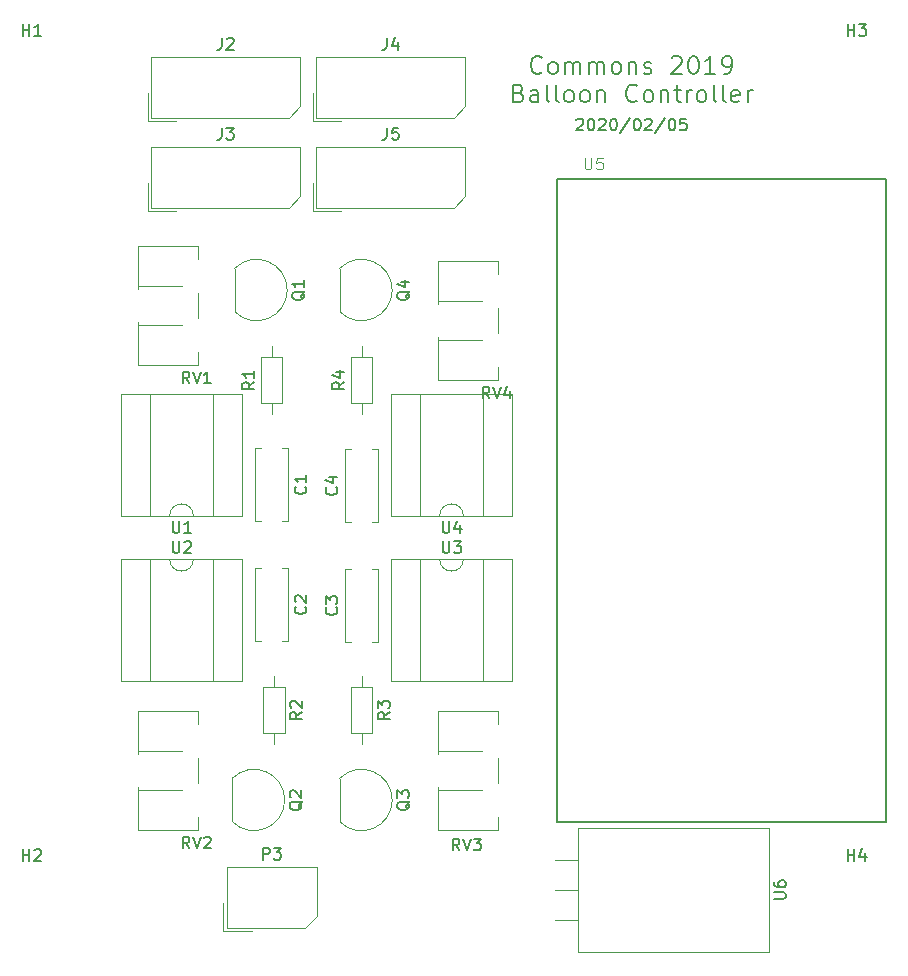
<source format=gto>
G04 #@! TF.GenerationSoftware,KiCad,Pcbnew,(5.1.5-0-10_14)*
G04 #@! TF.CreationDate,2020-02-05T16:48:16+09:00*
G04 #@! TF.ProjectId,baloon-markII,62616c6f-6f6e-42d6-9d61-726b49492e6b,rev?*
G04 #@! TF.SameCoordinates,PX258bd10PY730f910*
G04 #@! TF.FileFunction,Legend,Top*
G04 #@! TF.FilePolarity,Positive*
%FSLAX46Y46*%
G04 Gerber Fmt 4.6, Leading zero omitted, Abs format (unit mm)*
G04 Created by KiCad (PCBNEW (5.1.5-0-10_14)) date 2020-02-05 16:48:16*
%MOMM*%
%LPD*%
G04 APERTURE LIST*
%ADD10C,0.150000*%
%ADD11C,0.120000*%
%ADD12C,0.127000*%
%ADD13C,0.015000*%
%ADD14O,2.200000X2.105000*%
%ADD15R,2.200000X2.105000*%
%ADD16O,3.700000X3.700000*%
%ADD17C,1.760000*%
%ADD18R,1.760000X1.760000*%
%ADD19O,1.600000X1.600000*%
%ADD20C,1.600000*%
%ADD21C,3.400000*%
%ADD22O,1.900000X2.050000*%
%ADD23C,0.100000*%
%ADD24C,2.540000*%
%ADD25R,1.500000X1.500000*%
%ADD26C,1.500000*%
%ADD27C,1.800000*%
%ADD28O,1.800000X1.800000*%
%ADD29R,1.800000X1.800000*%
G04 APERTURE END LIST*
D10*
X51213333Y71572381D02*
X51260952Y71620000D01*
X51356190Y71667620D01*
X51594285Y71667620D01*
X51689523Y71620000D01*
X51737142Y71572381D01*
X51784761Y71477143D01*
X51784761Y71381905D01*
X51737142Y71239048D01*
X51165714Y70667620D01*
X51784761Y70667620D01*
X52403809Y71667620D02*
X52499047Y71667620D01*
X52594285Y71620000D01*
X52641904Y71572381D01*
X52689523Y71477143D01*
X52737142Y71286667D01*
X52737142Y71048572D01*
X52689523Y70858096D01*
X52641904Y70762858D01*
X52594285Y70715239D01*
X52499047Y70667620D01*
X52403809Y70667620D01*
X52308571Y70715239D01*
X52260952Y70762858D01*
X52213333Y70858096D01*
X52165714Y71048572D01*
X52165714Y71286667D01*
X52213333Y71477143D01*
X52260952Y71572381D01*
X52308571Y71620000D01*
X52403809Y71667620D01*
X53118095Y71572381D02*
X53165714Y71620000D01*
X53260952Y71667620D01*
X53499047Y71667620D01*
X53594285Y71620000D01*
X53641904Y71572381D01*
X53689523Y71477143D01*
X53689523Y71381905D01*
X53641904Y71239048D01*
X53070476Y70667620D01*
X53689523Y70667620D01*
X54308571Y71667620D02*
X54403809Y71667620D01*
X54499047Y71620000D01*
X54546666Y71572381D01*
X54594285Y71477143D01*
X54641904Y71286667D01*
X54641904Y71048572D01*
X54594285Y70858096D01*
X54546666Y70762858D01*
X54499047Y70715239D01*
X54403809Y70667620D01*
X54308571Y70667620D01*
X54213333Y70715239D01*
X54165714Y70762858D01*
X54118095Y70858096D01*
X54070476Y71048572D01*
X54070476Y71286667D01*
X54118095Y71477143D01*
X54165714Y71572381D01*
X54213333Y71620000D01*
X54308571Y71667620D01*
X55784761Y71715239D02*
X54927619Y70429524D01*
X56308571Y71667620D02*
X56403809Y71667620D01*
X56499047Y71620000D01*
X56546666Y71572381D01*
X56594285Y71477143D01*
X56641904Y71286667D01*
X56641904Y71048572D01*
X56594285Y70858096D01*
X56546666Y70762858D01*
X56499047Y70715239D01*
X56403809Y70667620D01*
X56308571Y70667620D01*
X56213333Y70715239D01*
X56165714Y70762858D01*
X56118095Y70858096D01*
X56070476Y71048572D01*
X56070476Y71286667D01*
X56118095Y71477143D01*
X56165714Y71572381D01*
X56213333Y71620000D01*
X56308571Y71667620D01*
X57022857Y71572381D02*
X57070476Y71620000D01*
X57165714Y71667620D01*
X57403809Y71667620D01*
X57499047Y71620000D01*
X57546666Y71572381D01*
X57594285Y71477143D01*
X57594285Y71381905D01*
X57546666Y71239048D01*
X56975238Y70667620D01*
X57594285Y70667620D01*
X58737142Y71715239D02*
X57880000Y70429524D01*
X59260952Y71667620D02*
X59356190Y71667620D01*
X59451428Y71620000D01*
X59499047Y71572381D01*
X59546666Y71477143D01*
X59594285Y71286667D01*
X59594285Y71048572D01*
X59546666Y70858096D01*
X59499047Y70762858D01*
X59451428Y70715239D01*
X59356190Y70667620D01*
X59260952Y70667620D01*
X59165714Y70715239D01*
X59118095Y70762858D01*
X59070476Y70858096D01*
X59022857Y71048572D01*
X59022857Y71286667D01*
X59070476Y71477143D01*
X59118095Y71572381D01*
X59165714Y71620000D01*
X59260952Y71667620D01*
X60499047Y71667620D02*
X60022857Y71667620D01*
X59975238Y71191429D01*
X60022857Y71239048D01*
X60118095Y71286667D01*
X60356190Y71286667D01*
X60451428Y71239048D01*
X60499047Y71191429D01*
X60546666Y71096191D01*
X60546666Y70858096D01*
X60499047Y70762858D01*
X60451428Y70715239D01*
X60356190Y70667620D01*
X60118095Y70667620D01*
X60022857Y70715239D01*
X59975238Y70762858D01*
X48272857Y75594286D02*
X48201428Y75522858D01*
X47987142Y75451429D01*
X47844285Y75451429D01*
X47630000Y75522858D01*
X47487142Y75665715D01*
X47415714Y75808572D01*
X47344285Y76094286D01*
X47344285Y76308572D01*
X47415714Y76594286D01*
X47487142Y76737143D01*
X47630000Y76880000D01*
X47844285Y76951429D01*
X47987142Y76951429D01*
X48201428Y76880000D01*
X48272857Y76808572D01*
X49130000Y75451429D02*
X48987142Y75522858D01*
X48915714Y75594286D01*
X48844285Y75737143D01*
X48844285Y76165715D01*
X48915714Y76308572D01*
X48987142Y76380000D01*
X49130000Y76451429D01*
X49344285Y76451429D01*
X49487142Y76380000D01*
X49558571Y76308572D01*
X49630000Y76165715D01*
X49630000Y75737143D01*
X49558571Y75594286D01*
X49487142Y75522858D01*
X49344285Y75451429D01*
X49130000Y75451429D01*
X50272857Y75451429D02*
X50272857Y76451429D01*
X50272857Y76308572D02*
X50344285Y76380000D01*
X50487142Y76451429D01*
X50701428Y76451429D01*
X50844285Y76380000D01*
X50915714Y76237143D01*
X50915714Y75451429D01*
X50915714Y76237143D02*
X50987142Y76380000D01*
X51130000Y76451429D01*
X51344285Y76451429D01*
X51487142Y76380000D01*
X51558571Y76237143D01*
X51558571Y75451429D01*
X52272857Y75451429D02*
X52272857Y76451429D01*
X52272857Y76308572D02*
X52344285Y76380000D01*
X52487142Y76451429D01*
X52701428Y76451429D01*
X52844285Y76380000D01*
X52915714Y76237143D01*
X52915714Y75451429D01*
X52915714Y76237143D02*
X52987142Y76380000D01*
X53130000Y76451429D01*
X53344285Y76451429D01*
X53487142Y76380000D01*
X53558571Y76237143D01*
X53558571Y75451429D01*
X54487142Y75451429D02*
X54344285Y75522858D01*
X54272857Y75594286D01*
X54201428Y75737143D01*
X54201428Y76165715D01*
X54272857Y76308572D01*
X54344285Y76380000D01*
X54487142Y76451429D01*
X54701428Y76451429D01*
X54844285Y76380000D01*
X54915714Y76308572D01*
X54987142Y76165715D01*
X54987142Y75737143D01*
X54915714Y75594286D01*
X54844285Y75522858D01*
X54701428Y75451429D01*
X54487142Y75451429D01*
X55630000Y76451429D02*
X55630000Y75451429D01*
X55630000Y76308572D02*
X55701428Y76380000D01*
X55844285Y76451429D01*
X56058571Y76451429D01*
X56201428Y76380000D01*
X56272857Y76237143D01*
X56272857Y75451429D01*
X56915714Y75522858D02*
X57058571Y75451429D01*
X57344285Y75451429D01*
X57487142Y75522858D01*
X57558571Y75665715D01*
X57558571Y75737143D01*
X57487142Y75880000D01*
X57344285Y75951429D01*
X57130000Y75951429D01*
X56987142Y76022858D01*
X56915714Y76165715D01*
X56915714Y76237143D01*
X56987142Y76380000D01*
X57130000Y76451429D01*
X57344285Y76451429D01*
X57487142Y76380000D01*
X59272857Y76808572D02*
X59344285Y76880000D01*
X59487142Y76951429D01*
X59844285Y76951429D01*
X59987142Y76880000D01*
X60058571Y76808572D01*
X60130000Y76665715D01*
X60130000Y76522858D01*
X60058571Y76308572D01*
X59201428Y75451429D01*
X60130000Y75451429D01*
X61058571Y76951429D02*
X61201428Y76951429D01*
X61344285Y76880000D01*
X61415714Y76808572D01*
X61487142Y76665715D01*
X61558571Y76380000D01*
X61558571Y76022858D01*
X61487142Y75737143D01*
X61415714Y75594286D01*
X61344285Y75522858D01*
X61201428Y75451429D01*
X61058571Y75451429D01*
X60915714Y75522858D01*
X60844285Y75594286D01*
X60772857Y75737143D01*
X60701428Y76022858D01*
X60701428Y76380000D01*
X60772857Y76665715D01*
X60844285Y76808572D01*
X60915714Y76880000D01*
X61058571Y76951429D01*
X62987142Y75451429D02*
X62130000Y75451429D01*
X62558571Y75451429D02*
X62558571Y76951429D01*
X62415714Y76737143D01*
X62272857Y76594286D01*
X62130000Y76522858D01*
X63701428Y75451429D02*
X63987142Y75451429D01*
X64130000Y75522858D01*
X64201428Y75594286D01*
X64344285Y75808572D01*
X64415714Y76094286D01*
X64415714Y76665715D01*
X64344285Y76808572D01*
X64272857Y76880000D01*
X64130000Y76951429D01*
X63844285Y76951429D01*
X63701428Y76880000D01*
X63630000Y76808572D01*
X63558571Y76665715D01*
X63558571Y76308572D01*
X63630000Y76165715D01*
X63701428Y76094286D01*
X63844285Y76022858D01*
X64130000Y76022858D01*
X64272857Y76094286D01*
X64344285Y76165715D01*
X64415714Y76308572D01*
X46344285Y73837143D02*
X46558571Y73765715D01*
X46630000Y73694286D01*
X46701428Y73551429D01*
X46701428Y73337143D01*
X46630000Y73194286D01*
X46558571Y73122858D01*
X46415714Y73051429D01*
X45844285Y73051429D01*
X45844285Y74551429D01*
X46344285Y74551429D01*
X46487142Y74480000D01*
X46558571Y74408572D01*
X46630000Y74265715D01*
X46630000Y74122858D01*
X46558571Y73980000D01*
X46487142Y73908572D01*
X46344285Y73837143D01*
X45844285Y73837143D01*
X47987142Y73051429D02*
X47987142Y73837143D01*
X47915714Y73980000D01*
X47772857Y74051429D01*
X47487142Y74051429D01*
X47344285Y73980000D01*
X47987142Y73122858D02*
X47844285Y73051429D01*
X47487142Y73051429D01*
X47344285Y73122858D01*
X47272857Y73265715D01*
X47272857Y73408572D01*
X47344285Y73551429D01*
X47487142Y73622858D01*
X47844285Y73622858D01*
X47987142Y73694286D01*
X48915714Y73051429D02*
X48772857Y73122858D01*
X48701428Y73265715D01*
X48701428Y74551429D01*
X49701428Y73051429D02*
X49558571Y73122858D01*
X49487142Y73265715D01*
X49487142Y74551429D01*
X50487142Y73051429D02*
X50344285Y73122858D01*
X50272857Y73194286D01*
X50201428Y73337143D01*
X50201428Y73765715D01*
X50272857Y73908572D01*
X50344285Y73980000D01*
X50487142Y74051429D01*
X50701428Y74051429D01*
X50844285Y73980000D01*
X50915714Y73908572D01*
X50987142Y73765715D01*
X50987142Y73337143D01*
X50915714Y73194286D01*
X50844285Y73122858D01*
X50701428Y73051429D01*
X50487142Y73051429D01*
X51844285Y73051429D02*
X51701428Y73122858D01*
X51630000Y73194286D01*
X51558571Y73337143D01*
X51558571Y73765715D01*
X51630000Y73908572D01*
X51701428Y73980000D01*
X51844285Y74051429D01*
X52058571Y74051429D01*
X52201428Y73980000D01*
X52272857Y73908572D01*
X52344285Y73765715D01*
X52344285Y73337143D01*
X52272857Y73194286D01*
X52201428Y73122858D01*
X52058571Y73051429D01*
X51844285Y73051429D01*
X52987142Y74051429D02*
X52987142Y73051429D01*
X52987142Y73908572D02*
X53058571Y73980000D01*
X53201428Y74051429D01*
X53415714Y74051429D01*
X53558571Y73980000D01*
X53630000Y73837143D01*
X53630000Y73051429D01*
X56344285Y73194286D02*
X56272857Y73122858D01*
X56058571Y73051429D01*
X55915714Y73051429D01*
X55701428Y73122858D01*
X55558571Y73265715D01*
X55487142Y73408572D01*
X55415714Y73694286D01*
X55415714Y73908572D01*
X55487142Y74194286D01*
X55558571Y74337143D01*
X55701428Y74480000D01*
X55915714Y74551429D01*
X56058571Y74551429D01*
X56272857Y74480000D01*
X56344285Y74408572D01*
X57201428Y73051429D02*
X57058571Y73122858D01*
X56987142Y73194286D01*
X56915714Y73337143D01*
X56915714Y73765715D01*
X56987142Y73908572D01*
X57058571Y73980000D01*
X57201428Y74051429D01*
X57415714Y74051429D01*
X57558571Y73980000D01*
X57630000Y73908572D01*
X57701428Y73765715D01*
X57701428Y73337143D01*
X57630000Y73194286D01*
X57558571Y73122858D01*
X57415714Y73051429D01*
X57201428Y73051429D01*
X58344285Y74051429D02*
X58344285Y73051429D01*
X58344285Y73908572D02*
X58415714Y73980000D01*
X58558571Y74051429D01*
X58772857Y74051429D01*
X58915714Y73980000D01*
X58987142Y73837143D01*
X58987142Y73051429D01*
X59487142Y74051429D02*
X60058571Y74051429D01*
X59701428Y74551429D02*
X59701428Y73265715D01*
X59772857Y73122858D01*
X59915714Y73051429D01*
X60058571Y73051429D01*
X60558571Y73051429D02*
X60558571Y74051429D01*
X60558571Y73765715D02*
X60630000Y73908572D01*
X60701428Y73980000D01*
X60844285Y74051429D01*
X60987142Y74051429D01*
X61701428Y73051429D02*
X61558571Y73122858D01*
X61487142Y73194286D01*
X61415714Y73337143D01*
X61415714Y73765715D01*
X61487142Y73908572D01*
X61558571Y73980000D01*
X61701428Y74051429D01*
X61915714Y74051429D01*
X62058571Y73980000D01*
X62130000Y73908572D01*
X62201428Y73765715D01*
X62201428Y73337143D01*
X62130000Y73194286D01*
X62058571Y73122858D01*
X61915714Y73051429D01*
X61701428Y73051429D01*
X63058571Y73051429D02*
X62915714Y73122858D01*
X62844285Y73265715D01*
X62844285Y74551429D01*
X63844285Y73051429D02*
X63701428Y73122858D01*
X63630000Y73265715D01*
X63630000Y74551429D01*
X64987142Y73122858D02*
X64844285Y73051429D01*
X64558571Y73051429D01*
X64415714Y73122858D01*
X64344285Y73265715D01*
X64344285Y73837143D01*
X64415714Y73980000D01*
X64558571Y74051429D01*
X64844285Y74051429D01*
X64987142Y73980000D01*
X65058571Y73837143D01*
X65058571Y73694286D01*
X64344285Y73551429D01*
X65701428Y73051429D02*
X65701428Y74051429D01*
X65701428Y73765715D02*
X65772857Y73908572D01*
X65844285Y73980000D01*
X65987142Y74051429D01*
X66130000Y74051429D01*
D11*
X51370000Y3810000D02*
X49410000Y3810000D01*
X51370000Y6350000D02*
X49410000Y6350000D01*
X51370000Y8890000D02*
X49410000Y8890000D01*
X67480000Y1100000D02*
X51370000Y1100000D01*
X67480000Y11600000D02*
X51370000Y11600000D01*
X67480000Y11600000D02*
X67480000Y1100000D01*
X51370000Y11600000D02*
X51370000Y1100000D01*
D12*
X77450000Y12120000D02*
X49550000Y12120000D01*
X77450000Y66520000D02*
X77450000Y12120000D01*
X49550000Y66520000D02*
X77450000Y66520000D01*
X49550000Y12120000D02*
X49550000Y66520000D01*
D11*
X33020000Y52400000D02*
X33020000Y51450000D01*
X33020000Y46660000D02*
X33020000Y47610000D01*
X32100000Y51450000D02*
X32100000Y47610000D01*
X33940000Y51450000D02*
X32100000Y51450000D01*
X33940000Y47610000D02*
X33940000Y51450000D01*
X32100000Y47610000D02*
X33940000Y47610000D01*
X28890000Y71450000D02*
X31300000Y71450000D01*
X28890000Y73860000D02*
X28890000Y71450000D01*
X41810000Y76870000D02*
X29190000Y76870000D01*
X41810000Y72750000D02*
X41810000Y76870000D01*
X40810000Y71750000D02*
X41810000Y72750000D01*
X29190000Y71750000D02*
X40810000Y71750000D01*
X29190000Y76870000D02*
X29190000Y71750000D01*
X28890000Y63830000D02*
X31300000Y63830000D01*
X28890000Y66240000D02*
X28890000Y63830000D01*
X41810000Y69250000D02*
X29190000Y69250000D01*
X41810000Y65130000D02*
X41810000Y69250000D01*
X40810000Y64130000D02*
X41810000Y65130000D01*
X29190000Y64130000D02*
X40810000Y64130000D01*
X29190000Y69250000D02*
X29190000Y64130000D01*
X14920000Y71450000D02*
X17330000Y71450000D01*
X14920000Y73860000D02*
X14920000Y71450000D01*
X27840000Y76870000D02*
X15220000Y76870000D01*
X27840000Y72750000D02*
X27840000Y76870000D01*
X26840000Y71750000D02*
X27840000Y72750000D01*
X15220000Y71750000D02*
X26840000Y71750000D01*
X15220000Y76870000D02*
X15220000Y71750000D01*
X14920000Y63830000D02*
X17330000Y63830000D01*
X14920000Y66240000D02*
X14920000Y63830000D01*
X27840000Y69250000D02*
X15220000Y69250000D01*
X27840000Y65130000D02*
X27840000Y69250000D01*
X26840000Y64130000D02*
X27840000Y65130000D01*
X15220000Y64130000D02*
X26840000Y64130000D01*
X15220000Y69250000D02*
X15220000Y64130000D01*
X14130000Y57265000D02*
X14130000Y57460000D01*
X14130000Y54220000D02*
X14130000Y54415000D01*
X19171000Y54766000D02*
X19171000Y56915000D01*
X17813000Y57460000D02*
X14130000Y57460000D01*
X17813000Y54220000D02*
X14130000Y54220000D01*
X19171000Y54766000D02*
X19171000Y56915000D01*
X19171000Y50819000D02*
X19171000Y51914000D01*
X19171000Y59765000D02*
X19171000Y60860000D01*
X14130000Y57265000D02*
X14130000Y60860000D01*
X14130000Y50819000D02*
X14130000Y54415000D01*
X19171000Y60860000D02*
X14130000Y60860000D01*
X19171000Y50819000D02*
X14130000Y50819000D01*
X31181522Y55311522D02*
G75*
G03X35620000Y57150000I1838478J1838478D01*
G01*
X31181522Y58988478D02*
G75*
G02X35620000Y57150000I1838478J-1838478D01*
G01*
X31170000Y58950000D02*
X31170000Y55350000D01*
X33945000Y43720000D02*
X34390000Y43720000D01*
X31650000Y43720000D02*
X32095000Y43720000D01*
X33945000Y37480000D02*
X34390000Y37480000D01*
X31650000Y37480000D02*
X32095000Y37480000D01*
X34390000Y37480000D02*
X34390000Y43720000D01*
X31650000Y37480000D02*
X31650000Y43720000D01*
X24475000Y27400000D02*
X24030000Y27400000D01*
X26770000Y27400000D02*
X26325000Y27400000D01*
X24475000Y33640000D02*
X24030000Y33640000D01*
X26770000Y33640000D02*
X26325000Y33640000D01*
X24030000Y33640000D02*
X24030000Y27400000D01*
X26770000Y33640000D02*
X26770000Y27400000D01*
X45780000Y34410000D02*
X35500000Y34410000D01*
X45780000Y24010000D02*
X45780000Y34410000D01*
X35500000Y24010000D02*
X45780000Y24010000D01*
X35500000Y34410000D02*
X35500000Y24010000D01*
X43290000Y34350000D02*
X41640000Y34350000D01*
X43290000Y24070000D02*
X43290000Y34350000D01*
X37990000Y24070000D02*
X43290000Y24070000D01*
X37990000Y34350000D02*
X37990000Y24070000D01*
X39640000Y34350000D02*
X37990000Y34350000D01*
X41640000Y34350000D02*
G75*
G02X39640000Y34350000I-1000000J0D01*
G01*
X39530000Y17895000D02*
X39530000Y18090000D01*
X39530000Y14850000D02*
X39530000Y15045000D01*
X44571000Y15396000D02*
X44571000Y17545000D01*
X43213000Y18090000D02*
X39530000Y18090000D01*
X43213000Y14850000D02*
X39530000Y14850000D01*
X44571000Y15396000D02*
X44571000Y17545000D01*
X44571000Y11449000D02*
X44571000Y12544000D01*
X44571000Y20395000D02*
X44571000Y21490000D01*
X39530000Y17895000D02*
X39530000Y21490000D01*
X39530000Y11449000D02*
X39530000Y15045000D01*
X44571000Y21490000D02*
X39530000Y21490000D01*
X44571000Y11449000D02*
X39530000Y11449000D01*
X33020000Y18720000D02*
X33020000Y19670000D01*
X33020000Y24460000D02*
X33020000Y23510000D01*
X33940000Y19670000D02*
X33940000Y23510000D01*
X32100000Y19670000D02*
X33940000Y19670000D01*
X32100000Y23510000D02*
X32100000Y19670000D01*
X33940000Y23510000D02*
X32100000Y23510000D01*
X31181522Y12131522D02*
G75*
G03X35620000Y13970000I1838478J1838478D01*
G01*
X31181522Y15808478D02*
G75*
G02X35620000Y13970000I1838478J-1838478D01*
G01*
X31170000Y15770000D02*
X31170000Y12170000D01*
X33945000Y33560000D02*
X34390000Y33560000D01*
X31650000Y33560000D02*
X32095000Y33560000D01*
X33945000Y27320000D02*
X34390000Y27320000D01*
X31650000Y27320000D02*
X32095000Y27320000D01*
X34390000Y27320000D02*
X34390000Y33560000D01*
X31650000Y27320000D02*
X31650000Y33560000D01*
X21310000Y2870000D02*
X23720000Y2870000D01*
X21310000Y5280000D02*
X21310000Y2870000D01*
X29230000Y8290000D02*
X21610000Y8290000D01*
X29230000Y4170000D02*
X29230000Y8290000D01*
X28230000Y3170000D02*
X29230000Y4170000D01*
X21610000Y3170000D02*
X28230000Y3170000D01*
X21610000Y8290000D02*
X21610000Y3170000D01*
X12640000Y37980000D02*
X22920000Y37980000D01*
X12640000Y48380000D02*
X12640000Y37980000D01*
X22920000Y48380000D02*
X12640000Y48380000D01*
X22920000Y37980000D02*
X22920000Y48380000D01*
X15130000Y38040000D02*
X16780000Y38040000D01*
X15130000Y48320000D02*
X15130000Y38040000D01*
X20430000Y48320000D02*
X15130000Y48320000D01*
X20430000Y38040000D02*
X20430000Y48320000D01*
X18780000Y38040000D02*
X20430000Y38040000D01*
X16780000Y38040000D02*
G75*
G02X18780000Y38040000I1000000J0D01*
G01*
X25400000Y52400000D02*
X25400000Y51450000D01*
X25400000Y46660000D02*
X25400000Y47610000D01*
X24480000Y51450000D02*
X24480000Y47610000D01*
X26320000Y51450000D02*
X24480000Y51450000D01*
X26320000Y47610000D02*
X26320000Y51450000D01*
X24480000Y47610000D02*
X26320000Y47610000D01*
X24475000Y37560000D02*
X24030000Y37560000D01*
X26770000Y37560000D02*
X26325000Y37560000D01*
X24475000Y43800000D02*
X24030000Y43800000D01*
X26770000Y43800000D02*
X26325000Y43800000D01*
X24030000Y43800000D02*
X24030000Y37560000D01*
X26770000Y43800000D02*
X26770000Y37560000D01*
X22291522Y55311522D02*
G75*
G03X26730000Y57150000I1838478J1838478D01*
G01*
X22291522Y58988478D02*
G75*
G02X26730000Y57150000I1838478J-1838478D01*
G01*
X22280000Y58950000D02*
X22280000Y55350000D01*
X35500000Y37980000D02*
X45780000Y37980000D01*
X35500000Y48380000D02*
X35500000Y37980000D01*
X45780000Y48380000D02*
X35500000Y48380000D01*
X45780000Y37980000D02*
X45780000Y48380000D01*
X37990000Y38040000D02*
X39640000Y38040000D01*
X37990000Y48320000D02*
X37990000Y38040000D01*
X43290000Y48320000D02*
X37990000Y48320000D01*
X43290000Y38040000D02*
X43290000Y48320000D01*
X41640000Y38040000D02*
X43290000Y38040000D01*
X39640000Y38040000D02*
G75*
G02X41640000Y38040000I1000000J0D01*
G01*
X22920000Y34410000D02*
X12640000Y34410000D01*
X22920000Y24010000D02*
X22920000Y34410000D01*
X12640000Y24010000D02*
X22920000Y24010000D01*
X12640000Y34410000D02*
X12640000Y24010000D01*
X20430000Y34350000D02*
X18780000Y34350000D01*
X20430000Y24070000D02*
X20430000Y34350000D01*
X15130000Y24070000D02*
X20430000Y24070000D01*
X15130000Y34350000D02*
X15130000Y24070000D01*
X16780000Y34350000D02*
X15130000Y34350000D01*
X18780000Y34350000D02*
G75*
G02X16780000Y34350000I-1000000J0D01*
G01*
X39530000Y55995000D02*
X39530000Y56190000D01*
X39530000Y52950000D02*
X39530000Y53145000D01*
X44571000Y53496000D02*
X44571000Y55645000D01*
X43213000Y56190000D02*
X39530000Y56190000D01*
X43213000Y52950000D02*
X39530000Y52950000D01*
X44571000Y53496000D02*
X44571000Y55645000D01*
X44571000Y49549000D02*
X44571000Y50644000D01*
X44571000Y58495000D02*
X44571000Y59590000D01*
X39530000Y55995000D02*
X39530000Y59590000D01*
X39530000Y49549000D02*
X39530000Y53145000D01*
X44571000Y59590000D02*
X39530000Y59590000D01*
X44571000Y49549000D02*
X39530000Y49549000D01*
X14130000Y17895000D02*
X14130000Y18090000D01*
X14130000Y14850000D02*
X14130000Y15045000D01*
X19171000Y15396000D02*
X19171000Y17545000D01*
X17813000Y18090000D02*
X14130000Y18090000D01*
X17813000Y14850000D02*
X14130000Y14850000D01*
X19171000Y15396000D02*
X19171000Y17545000D01*
X19171000Y11449000D02*
X19171000Y12544000D01*
X19171000Y20395000D02*
X19171000Y21490000D01*
X14130000Y17895000D02*
X14130000Y21490000D01*
X14130000Y11449000D02*
X14130000Y15045000D01*
X19171000Y21490000D02*
X14130000Y21490000D01*
X19171000Y11449000D02*
X14130000Y11449000D01*
X25594999Y18720000D02*
X25594999Y19670000D01*
X25594999Y24460000D02*
X25594999Y23510000D01*
X26514999Y19670000D02*
X26514999Y23510000D01*
X24674999Y19670000D02*
X26514999Y19670000D01*
X24674999Y23510000D02*
X24674999Y19670000D01*
X26514999Y23510000D02*
X24674999Y23510000D01*
X22076521Y12136521D02*
G75*
G03X26514999Y13974999I1838478J1838478D01*
G01*
X22076521Y15813477D02*
G75*
G02X26514999Y13974999I1838478J-1838478D01*
G01*
X22064999Y15774999D02*
X22064999Y12174999D01*
D10*
X67932380Y5588096D02*
X68741904Y5588096D01*
X68837142Y5635715D01*
X68884761Y5683334D01*
X68932380Y5778572D01*
X68932380Y5969048D01*
X68884761Y6064286D01*
X68837142Y6111905D01*
X68741904Y6159524D01*
X67932380Y6159524D01*
X67932380Y7064286D02*
X67932380Y6873810D01*
X67980000Y6778572D01*
X68027619Y6730953D01*
X68170476Y6635715D01*
X68360952Y6588096D01*
X68741904Y6588096D01*
X68837142Y6635715D01*
X68884761Y6683334D01*
X68932380Y6778572D01*
X68932380Y6969048D01*
X68884761Y7064286D01*
X68837142Y7111905D01*
X68741904Y7159524D01*
X68503809Y7159524D01*
X68408571Y7111905D01*
X68360952Y7064286D01*
X68313333Y6969048D01*
X68313333Y6778572D01*
X68360952Y6683334D01*
X68408571Y6635715D01*
X68503809Y6588096D01*
D13*
X51908626Y68363876D02*
X51908626Y67554040D01*
X51956263Y67458765D01*
X52003901Y67411127D01*
X52099175Y67363490D01*
X52289725Y67363490D01*
X52385000Y67411127D01*
X52432637Y67458765D01*
X52480275Y67554040D01*
X52480275Y68363876D01*
X53433023Y68363876D02*
X52956649Y68363876D01*
X52909012Y67887502D01*
X52956649Y67935139D01*
X53051924Y67982776D01*
X53290111Y67982776D01*
X53385386Y67935139D01*
X53433023Y67887502D01*
X53480661Y67792227D01*
X53480661Y67554040D01*
X53433023Y67458765D01*
X53385386Y67411127D01*
X53290111Y67363490D01*
X53051924Y67363490D01*
X52956649Y67411127D01*
X52909012Y67458765D01*
D10*
X31552380Y49363334D02*
X31076190Y49030000D01*
X31552380Y48791905D02*
X30552380Y48791905D01*
X30552380Y49172858D01*
X30600000Y49268096D01*
X30647619Y49315715D01*
X30742857Y49363334D01*
X30885714Y49363334D01*
X30980952Y49315715D01*
X31028571Y49268096D01*
X31076190Y49172858D01*
X31076190Y48791905D01*
X30885714Y50220477D02*
X31552380Y50220477D01*
X30504761Y49982381D02*
X31219047Y49744286D01*
X31219047Y50363334D01*
X74168095Y78677620D02*
X74168095Y79677620D01*
X74168095Y79201429D02*
X74739523Y79201429D01*
X74739523Y78677620D02*
X74739523Y79677620D01*
X75120476Y79677620D02*
X75739523Y79677620D01*
X75406190Y79296667D01*
X75549047Y79296667D01*
X75644285Y79249048D01*
X75691904Y79201429D01*
X75739523Y79106191D01*
X75739523Y78868096D01*
X75691904Y78772858D01*
X75644285Y78725239D01*
X75549047Y78677620D01*
X75263333Y78677620D01*
X75168095Y78725239D01*
X75120476Y78772858D01*
X4318095Y78677620D02*
X4318095Y79677620D01*
X4318095Y79201429D02*
X4889523Y79201429D01*
X4889523Y78677620D02*
X4889523Y79677620D01*
X5889523Y78677620D02*
X5318095Y78677620D01*
X5603809Y78677620D02*
X5603809Y79677620D01*
X5508571Y79534762D01*
X5413333Y79439524D01*
X5318095Y79391905D01*
X4318095Y8827620D02*
X4318095Y9827620D01*
X4318095Y9351429D02*
X4889523Y9351429D01*
X4889523Y8827620D02*
X4889523Y9827620D01*
X5318095Y9732381D02*
X5365714Y9780000D01*
X5460952Y9827620D01*
X5699047Y9827620D01*
X5794285Y9780000D01*
X5841904Y9732381D01*
X5889523Y9637143D01*
X5889523Y9541905D01*
X5841904Y9399048D01*
X5270476Y8827620D01*
X5889523Y8827620D01*
X74168095Y8827620D02*
X74168095Y9827620D01*
X74168095Y9351429D02*
X74739523Y9351429D01*
X74739523Y8827620D02*
X74739523Y9827620D01*
X75644285Y9494286D02*
X75644285Y8827620D01*
X75406190Y9875239D02*
X75168095Y9160953D01*
X75787142Y9160953D01*
X35166666Y78507620D02*
X35166666Y77793334D01*
X35119047Y77650477D01*
X35023809Y77555239D01*
X34880952Y77507620D01*
X34785714Y77507620D01*
X36071428Y78174286D02*
X36071428Y77507620D01*
X35833333Y78555239D02*
X35595238Y77840953D01*
X36214285Y77840953D01*
X35166666Y70887620D02*
X35166666Y70173334D01*
X35119047Y70030477D01*
X35023809Y69935239D01*
X34880952Y69887620D01*
X34785714Y69887620D01*
X36119047Y70887620D02*
X35642857Y70887620D01*
X35595238Y70411429D01*
X35642857Y70459048D01*
X35738095Y70506667D01*
X35976190Y70506667D01*
X36071428Y70459048D01*
X36119047Y70411429D01*
X36166666Y70316191D01*
X36166666Y70078096D01*
X36119047Y69982858D01*
X36071428Y69935239D01*
X35976190Y69887620D01*
X35738095Y69887620D01*
X35642857Y69935239D01*
X35595238Y69982858D01*
X21196666Y78507620D02*
X21196666Y77793334D01*
X21149047Y77650477D01*
X21053809Y77555239D01*
X20910952Y77507620D01*
X20815714Y77507620D01*
X21625238Y78412381D02*
X21672857Y78460000D01*
X21768095Y78507620D01*
X22006190Y78507620D01*
X22101428Y78460000D01*
X22149047Y78412381D01*
X22196666Y78317143D01*
X22196666Y78221905D01*
X22149047Y78079048D01*
X21577619Y77507620D01*
X22196666Y77507620D01*
X21196666Y70887620D02*
X21196666Y70173334D01*
X21149047Y70030477D01*
X21053809Y69935239D01*
X20910952Y69887620D01*
X20815714Y69887620D01*
X21577619Y70887620D02*
X22196666Y70887620D01*
X21863333Y70506667D01*
X22006190Y70506667D01*
X22101428Y70459048D01*
X22149047Y70411429D01*
X22196666Y70316191D01*
X22196666Y70078096D01*
X22149047Y69982858D01*
X22101428Y69935239D01*
X22006190Y69887620D01*
X21720476Y69887620D01*
X21625238Y69935239D01*
X21577619Y69982858D01*
X18454761Y49237620D02*
X18121428Y49713810D01*
X17883333Y49237620D02*
X17883333Y50237620D01*
X18264285Y50237620D01*
X18359523Y50190000D01*
X18407142Y50142381D01*
X18454761Y50047143D01*
X18454761Y49904286D01*
X18407142Y49809048D01*
X18359523Y49761429D01*
X18264285Y49713810D01*
X17883333Y49713810D01*
X18740476Y50237620D02*
X19073809Y49237620D01*
X19407142Y50237620D01*
X20264285Y49237620D02*
X19692857Y49237620D01*
X19978571Y49237620D02*
X19978571Y50237620D01*
X19883333Y50094762D01*
X19788095Y49999524D01*
X19692857Y49951905D01*
X37127619Y57054762D02*
X37080000Y56959524D01*
X36984761Y56864286D01*
X36841904Y56721429D01*
X36794285Y56626191D01*
X36794285Y56530953D01*
X37032380Y56578572D02*
X36984761Y56483334D01*
X36889523Y56388096D01*
X36699047Y56340477D01*
X36365714Y56340477D01*
X36175238Y56388096D01*
X36080000Y56483334D01*
X36032380Y56578572D01*
X36032380Y56769048D01*
X36080000Y56864286D01*
X36175238Y56959524D01*
X36365714Y57007143D01*
X36699047Y57007143D01*
X36889523Y56959524D01*
X36984761Y56864286D01*
X37032380Y56769048D01*
X37032380Y56578572D01*
X36365714Y57864286D02*
X37032380Y57864286D01*
X35984761Y57626191D02*
X36699047Y57388096D01*
X36699047Y58007143D01*
X30877142Y40433334D02*
X30924761Y40385715D01*
X30972380Y40242858D01*
X30972380Y40147620D01*
X30924761Y40004762D01*
X30829523Y39909524D01*
X30734285Y39861905D01*
X30543809Y39814286D01*
X30400952Y39814286D01*
X30210476Y39861905D01*
X30115238Y39909524D01*
X30020000Y40004762D01*
X29972380Y40147620D01*
X29972380Y40242858D01*
X30020000Y40385715D01*
X30067619Y40433334D01*
X30305714Y41290477D02*
X30972380Y41290477D01*
X29924761Y41052381D02*
X30639047Y40814286D01*
X30639047Y41433334D01*
X28257142Y30353334D02*
X28304761Y30305715D01*
X28352380Y30162858D01*
X28352380Y30067620D01*
X28304761Y29924762D01*
X28209523Y29829524D01*
X28114285Y29781905D01*
X27923809Y29734286D01*
X27780952Y29734286D01*
X27590476Y29781905D01*
X27495238Y29829524D01*
X27400000Y29924762D01*
X27352380Y30067620D01*
X27352380Y30162858D01*
X27400000Y30305715D01*
X27447619Y30353334D01*
X27447619Y30734286D02*
X27400000Y30781905D01*
X27352380Y30877143D01*
X27352380Y31115239D01*
X27400000Y31210477D01*
X27447619Y31258096D01*
X27542857Y31305715D01*
X27638095Y31305715D01*
X27780952Y31258096D01*
X28352380Y30686667D01*
X28352380Y31305715D01*
X39878095Y35897620D02*
X39878095Y35088096D01*
X39925714Y34992858D01*
X39973333Y34945239D01*
X40068571Y34897620D01*
X40259047Y34897620D01*
X40354285Y34945239D01*
X40401904Y34992858D01*
X40449523Y35088096D01*
X40449523Y35897620D01*
X40830476Y35897620D02*
X41449523Y35897620D01*
X41116190Y35516667D01*
X41259047Y35516667D01*
X41354285Y35469048D01*
X41401904Y35421429D01*
X41449523Y35326191D01*
X41449523Y35088096D01*
X41401904Y34992858D01*
X41354285Y34945239D01*
X41259047Y34897620D01*
X40973333Y34897620D01*
X40878095Y34945239D01*
X40830476Y34992858D01*
X41314761Y9707620D02*
X40981428Y10183810D01*
X40743333Y9707620D02*
X40743333Y10707620D01*
X41124285Y10707620D01*
X41219523Y10660000D01*
X41267142Y10612381D01*
X41314761Y10517143D01*
X41314761Y10374286D01*
X41267142Y10279048D01*
X41219523Y10231429D01*
X41124285Y10183810D01*
X40743333Y10183810D01*
X41600476Y10707620D02*
X41933809Y9707620D01*
X42267142Y10707620D01*
X42505238Y10707620D02*
X43124285Y10707620D01*
X42790952Y10326667D01*
X42933809Y10326667D01*
X43029047Y10279048D01*
X43076666Y10231429D01*
X43124285Y10136191D01*
X43124285Y9898096D01*
X43076666Y9802858D01*
X43029047Y9755239D01*
X42933809Y9707620D01*
X42648095Y9707620D01*
X42552857Y9755239D01*
X42505238Y9802858D01*
X35392380Y21423334D02*
X34916190Y21090000D01*
X35392380Y20851905D02*
X34392380Y20851905D01*
X34392380Y21232858D01*
X34440000Y21328096D01*
X34487619Y21375715D01*
X34582857Y21423334D01*
X34725714Y21423334D01*
X34820952Y21375715D01*
X34868571Y21328096D01*
X34916190Y21232858D01*
X34916190Y20851905D01*
X34392380Y21756667D02*
X34392380Y22375715D01*
X34773333Y22042381D01*
X34773333Y22185239D01*
X34820952Y22280477D01*
X34868571Y22328096D01*
X34963809Y22375715D01*
X35201904Y22375715D01*
X35297142Y22328096D01*
X35344761Y22280477D01*
X35392380Y22185239D01*
X35392380Y21899524D01*
X35344761Y21804286D01*
X35297142Y21756667D01*
X37127619Y13874762D02*
X37080000Y13779524D01*
X36984761Y13684286D01*
X36841904Y13541429D01*
X36794285Y13446191D01*
X36794285Y13350953D01*
X37032380Y13398572D02*
X36984761Y13303334D01*
X36889523Y13208096D01*
X36699047Y13160477D01*
X36365714Y13160477D01*
X36175238Y13208096D01*
X36080000Y13303334D01*
X36032380Y13398572D01*
X36032380Y13589048D01*
X36080000Y13684286D01*
X36175238Y13779524D01*
X36365714Y13827143D01*
X36699047Y13827143D01*
X36889523Y13779524D01*
X36984761Y13684286D01*
X37032380Y13589048D01*
X37032380Y13398572D01*
X36032380Y14160477D02*
X36032380Y14779524D01*
X36413333Y14446191D01*
X36413333Y14589048D01*
X36460952Y14684286D01*
X36508571Y14731905D01*
X36603809Y14779524D01*
X36841904Y14779524D01*
X36937142Y14731905D01*
X36984761Y14684286D01*
X37032380Y14589048D01*
X37032380Y14303334D01*
X36984761Y14208096D01*
X36937142Y14160477D01*
X30877142Y30273334D02*
X30924761Y30225715D01*
X30972380Y30082858D01*
X30972380Y29987620D01*
X30924761Y29844762D01*
X30829523Y29749524D01*
X30734285Y29701905D01*
X30543809Y29654286D01*
X30400952Y29654286D01*
X30210476Y29701905D01*
X30115238Y29749524D01*
X30020000Y29844762D01*
X29972380Y29987620D01*
X29972380Y30082858D01*
X30020000Y30225715D01*
X30067619Y30273334D01*
X29972380Y30606667D02*
X29972380Y31225715D01*
X30353333Y30892381D01*
X30353333Y31035239D01*
X30400952Y31130477D01*
X30448571Y31178096D01*
X30543809Y31225715D01*
X30781904Y31225715D01*
X30877142Y31178096D01*
X30924761Y31130477D01*
X30972380Y31035239D01*
X30972380Y30749524D01*
X30924761Y30654286D01*
X30877142Y30606667D01*
X24681904Y8927620D02*
X24681904Y9927620D01*
X25062857Y9927620D01*
X25158095Y9880000D01*
X25205714Y9832381D01*
X25253333Y9737143D01*
X25253333Y9594286D01*
X25205714Y9499048D01*
X25158095Y9451429D01*
X25062857Y9403810D01*
X24681904Y9403810D01*
X25586666Y9927620D02*
X26205714Y9927620D01*
X25872380Y9546667D01*
X26015238Y9546667D01*
X26110476Y9499048D01*
X26158095Y9451429D01*
X26205714Y9356191D01*
X26205714Y9118096D01*
X26158095Y9022858D01*
X26110476Y8975239D01*
X26015238Y8927620D01*
X25729523Y8927620D01*
X25634285Y8975239D01*
X25586666Y9022858D01*
X17018095Y37587620D02*
X17018095Y36778096D01*
X17065714Y36682858D01*
X17113333Y36635239D01*
X17208571Y36587620D01*
X17399047Y36587620D01*
X17494285Y36635239D01*
X17541904Y36682858D01*
X17589523Y36778096D01*
X17589523Y37587620D01*
X18589523Y36587620D02*
X18018095Y36587620D01*
X18303809Y36587620D02*
X18303809Y37587620D01*
X18208571Y37444762D01*
X18113333Y37349524D01*
X18018095Y37301905D01*
X23932380Y49363334D02*
X23456190Y49030000D01*
X23932380Y48791905D02*
X22932380Y48791905D01*
X22932380Y49172858D01*
X22980000Y49268096D01*
X23027619Y49315715D01*
X23122857Y49363334D01*
X23265714Y49363334D01*
X23360952Y49315715D01*
X23408571Y49268096D01*
X23456190Y49172858D01*
X23456190Y48791905D01*
X23932380Y50315715D02*
X23932380Y49744286D01*
X23932380Y50030000D02*
X22932380Y50030000D01*
X23075238Y49934762D01*
X23170476Y49839524D01*
X23218095Y49744286D01*
X28257142Y40513334D02*
X28304761Y40465715D01*
X28352380Y40322858D01*
X28352380Y40227620D01*
X28304761Y40084762D01*
X28209523Y39989524D01*
X28114285Y39941905D01*
X27923809Y39894286D01*
X27780952Y39894286D01*
X27590476Y39941905D01*
X27495238Y39989524D01*
X27400000Y40084762D01*
X27352380Y40227620D01*
X27352380Y40322858D01*
X27400000Y40465715D01*
X27447619Y40513334D01*
X28352380Y41465715D02*
X28352380Y40894286D01*
X28352380Y41180000D02*
X27352380Y41180000D01*
X27495238Y41084762D01*
X27590476Y40989524D01*
X27638095Y40894286D01*
X28237619Y57054762D02*
X28190000Y56959524D01*
X28094761Y56864286D01*
X27951904Y56721429D01*
X27904285Y56626191D01*
X27904285Y56530953D01*
X28142380Y56578572D02*
X28094761Y56483334D01*
X27999523Y56388096D01*
X27809047Y56340477D01*
X27475714Y56340477D01*
X27285238Y56388096D01*
X27190000Y56483334D01*
X27142380Y56578572D01*
X27142380Y56769048D01*
X27190000Y56864286D01*
X27285238Y56959524D01*
X27475714Y57007143D01*
X27809047Y57007143D01*
X27999523Y56959524D01*
X28094761Y56864286D01*
X28142380Y56769048D01*
X28142380Y56578572D01*
X28142380Y57959524D02*
X28142380Y57388096D01*
X28142380Y57673810D02*
X27142380Y57673810D01*
X27285238Y57578572D01*
X27380476Y57483334D01*
X27428095Y57388096D01*
X39878095Y37587620D02*
X39878095Y36778096D01*
X39925714Y36682858D01*
X39973333Y36635239D01*
X40068571Y36587620D01*
X40259047Y36587620D01*
X40354285Y36635239D01*
X40401904Y36682858D01*
X40449523Y36778096D01*
X40449523Y37587620D01*
X41354285Y37254286D02*
X41354285Y36587620D01*
X41116190Y37635239D02*
X40878095Y36920953D01*
X41497142Y36920953D01*
X17018095Y35897620D02*
X17018095Y35088096D01*
X17065714Y34992858D01*
X17113333Y34945239D01*
X17208571Y34897620D01*
X17399047Y34897620D01*
X17494285Y34945239D01*
X17541904Y34992858D01*
X17589523Y35088096D01*
X17589523Y35897620D01*
X18018095Y35802381D02*
X18065714Y35850000D01*
X18160952Y35897620D01*
X18399047Y35897620D01*
X18494285Y35850000D01*
X18541904Y35802381D01*
X18589523Y35707143D01*
X18589523Y35611905D01*
X18541904Y35469048D01*
X17970476Y34897620D01*
X18589523Y34897620D01*
X43854761Y47967620D02*
X43521428Y48443810D01*
X43283333Y47967620D02*
X43283333Y48967620D01*
X43664285Y48967620D01*
X43759523Y48920000D01*
X43807142Y48872381D01*
X43854761Y48777143D01*
X43854761Y48634286D01*
X43807142Y48539048D01*
X43759523Y48491429D01*
X43664285Y48443810D01*
X43283333Y48443810D01*
X44140476Y48967620D02*
X44473809Y47967620D01*
X44807142Y48967620D01*
X45569047Y48634286D02*
X45569047Y47967620D01*
X45330952Y49015239D02*
X45092857Y48300953D01*
X45711904Y48300953D01*
X18454761Y9867620D02*
X18121428Y10343810D01*
X17883333Y9867620D02*
X17883333Y10867620D01*
X18264285Y10867620D01*
X18359523Y10820000D01*
X18407142Y10772381D01*
X18454761Y10677143D01*
X18454761Y10534286D01*
X18407142Y10439048D01*
X18359523Y10391429D01*
X18264285Y10343810D01*
X17883333Y10343810D01*
X18740476Y10867620D02*
X19073809Y9867620D01*
X19407142Y10867620D01*
X19692857Y10772381D02*
X19740476Y10820000D01*
X19835714Y10867620D01*
X20073809Y10867620D01*
X20169047Y10820000D01*
X20216666Y10772381D01*
X20264285Y10677143D01*
X20264285Y10581905D01*
X20216666Y10439048D01*
X19645238Y9867620D01*
X20264285Y9867620D01*
X27967379Y21423334D02*
X27491189Y21090000D01*
X27967379Y20851905D02*
X26967379Y20851905D01*
X26967379Y21232858D01*
X27014999Y21328096D01*
X27062618Y21375715D01*
X27157856Y21423334D01*
X27300713Y21423334D01*
X27395951Y21375715D01*
X27443570Y21328096D01*
X27491189Y21232858D01*
X27491189Y20851905D01*
X27062618Y21804286D02*
X27014999Y21851905D01*
X26967379Y21947143D01*
X26967379Y22185239D01*
X27014999Y22280477D01*
X27062618Y22328096D01*
X27157856Y22375715D01*
X27253094Y22375715D01*
X27395951Y22328096D01*
X27967379Y21756667D01*
X27967379Y22375715D01*
X28022618Y13879761D02*
X27974999Y13784523D01*
X27879760Y13689285D01*
X27736903Y13546428D01*
X27689284Y13451190D01*
X27689284Y13355952D01*
X27927379Y13403571D02*
X27879760Y13308333D01*
X27784522Y13213095D01*
X27594046Y13165476D01*
X27260713Y13165476D01*
X27070237Y13213095D01*
X26974999Y13308333D01*
X26927379Y13403571D01*
X26927379Y13594047D01*
X26974999Y13689285D01*
X27070237Y13784523D01*
X27260713Y13832142D01*
X27594046Y13832142D01*
X27784522Y13784523D01*
X27879760Y13689285D01*
X27927379Y13594047D01*
X27927379Y13403571D01*
X27022618Y14213095D02*
X26974999Y14260714D01*
X26927379Y14355952D01*
X26927379Y14594047D01*
X26974999Y14689285D01*
X27022618Y14736904D01*
X27117856Y14784523D01*
X27213094Y14784523D01*
X27355951Y14736904D01*
X27927379Y14165476D01*
X27927379Y14784523D01*
%LPC*%
D14*
X48260000Y3810000D03*
X48260000Y6350000D03*
D15*
X48260000Y8890000D03*
D16*
X64060000Y6350000D03*
D17*
X76200000Y13410000D03*
X76200000Y15950000D03*
X76200000Y18490000D03*
X76200000Y21030000D03*
X76200000Y23570000D03*
X76200000Y26110000D03*
X76200000Y28650000D03*
X76200000Y31190000D03*
X76200000Y33730000D03*
X76200000Y36270000D03*
X76200000Y38810000D03*
X76200000Y41350000D03*
X76200000Y43890000D03*
X76200000Y46430000D03*
X76200000Y48970000D03*
X76200000Y51510000D03*
X76200000Y54050000D03*
X76200000Y56590000D03*
X76200000Y59130000D03*
X50800000Y15950000D03*
X50800000Y18490000D03*
X50800000Y21030000D03*
X50800000Y23570000D03*
X50800000Y26110000D03*
X50800000Y28650000D03*
X50800000Y31190000D03*
X50800000Y33730000D03*
X50800000Y36270000D03*
X50800000Y38810000D03*
X50800000Y41350000D03*
X50800000Y43890000D03*
X50800000Y46430000D03*
X50800000Y48970000D03*
X50800000Y51510000D03*
X50800000Y54050000D03*
X50800000Y13410000D03*
X50800000Y56590000D03*
D18*
X50800000Y59130000D03*
D19*
X33020000Y53340000D03*
D20*
X33020000Y45720000D03*
D21*
X74930000Y74930000D03*
X5080000Y74930000D03*
X5080000Y5080000D03*
X74930000Y5080000D03*
D22*
X39250000Y73660000D03*
X36750000Y73660000D03*
X34250000Y73660000D03*
D23*
G36*
X32447975Y74683655D02*
G01*
X32475099Y74679631D01*
X32501697Y74672969D01*
X32527514Y74663731D01*
X32552302Y74652007D01*
X32575821Y74637911D01*
X32597845Y74621576D01*
X32618162Y74603162D01*
X32636576Y74582845D01*
X32652911Y74560821D01*
X32667007Y74537302D01*
X32678731Y74512514D01*
X32687969Y74486697D01*
X32694631Y74460099D01*
X32698655Y74432975D01*
X32700000Y74405588D01*
X32700000Y72914412D01*
X32698655Y72887025D01*
X32694631Y72859901D01*
X32687969Y72833303D01*
X32678731Y72807486D01*
X32667007Y72782698D01*
X32652911Y72759179D01*
X32636576Y72737155D01*
X32618162Y72716838D01*
X32597845Y72698424D01*
X32575821Y72682089D01*
X32552302Y72667993D01*
X32527514Y72656269D01*
X32501697Y72647031D01*
X32475099Y72640369D01*
X32447975Y72636345D01*
X32420588Y72635000D01*
X31079412Y72635000D01*
X31052025Y72636345D01*
X31024901Y72640369D01*
X30998303Y72647031D01*
X30972486Y72656269D01*
X30947698Y72667993D01*
X30924179Y72682089D01*
X30902155Y72698424D01*
X30881838Y72716838D01*
X30863424Y72737155D01*
X30847089Y72759179D01*
X30832993Y72782698D01*
X30821269Y72807486D01*
X30812031Y72833303D01*
X30805369Y72859901D01*
X30801345Y72887025D01*
X30800000Y72914412D01*
X30800000Y74405588D01*
X30801345Y74432975D01*
X30805369Y74460099D01*
X30812031Y74486697D01*
X30821269Y74512514D01*
X30832993Y74537302D01*
X30847089Y74560821D01*
X30863424Y74582845D01*
X30881838Y74603162D01*
X30902155Y74621576D01*
X30924179Y74637911D01*
X30947698Y74652007D01*
X30972486Y74663731D01*
X30998303Y74672969D01*
X31024901Y74679631D01*
X31052025Y74683655D01*
X31079412Y74685000D01*
X32420588Y74685000D01*
X32447975Y74683655D01*
G37*
D22*
X39250000Y66040000D03*
X36750000Y66040000D03*
X34250000Y66040000D03*
D23*
G36*
X32447975Y67063655D02*
G01*
X32475099Y67059631D01*
X32501697Y67052969D01*
X32527514Y67043731D01*
X32552302Y67032007D01*
X32575821Y67017911D01*
X32597845Y67001576D01*
X32618162Y66983162D01*
X32636576Y66962845D01*
X32652911Y66940821D01*
X32667007Y66917302D01*
X32678731Y66892514D01*
X32687969Y66866697D01*
X32694631Y66840099D01*
X32698655Y66812975D01*
X32700000Y66785588D01*
X32700000Y65294412D01*
X32698655Y65267025D01*
X32694631Y65239901D01*
X32687969Y65213303D01*
X32678731Y65187486D01*
X32667007Y65162698D01*
X32652911Y65139179D01*
X32636576Y65117155D01*
X32618162Y65096838D01*
X32597845Y65078424D01*
X32575821Y65062089D01*
X32552302Y65047993D01*
X32527514Y65036269D01*
X32501697Y65027031D01*
X32475099Y65020369D01*
X32447975Y65016345D01*
X32420588Y65015000D01*
X31079412Y65015000D01*
X31052025Y65016345D01*
X31024901Y65020369D01*
X30998303Y65027031D01*
X30972486Y65036269D01*
X30947698Y65047993D01*
X30924179Y65062089D01*
X30902155Y65078424D01*
X30881838Y65096838D01*
X30863424Y65117155D01*
X30847089Y65139179D01*
X30832993Y65162698D01*
X30821269Y65187486D01*
X30812031Y65213303D01*
X30805369Y65239901D01*
X30801345Y65267025D01*
X30800000Y65294412D01*
X30800000Y66785588D01*
X30801345Y66812975D01*
X30805369Y66840099D01*
X30812031Y66866697D01*
X30821269Y66892514D01*
X30832993Y66917302D01*
X30847089Y66940821D01*
X30863424Y66962845D01*
X30881838Y66983162D01*
X30902155Y67001576D01*
X30924179Y67017911D01*
X30947698Y67032007D01*
X30972486Y67043731D01*
X30998303Y67052969D01*
X31024901Y67059631D01*
X31052025Y67063655D01*
X31079412Y67065000D01*
X32420588Y67065000D01*
X32447975Y67063655D01*
G37*
D22*
X25280000Y73660000D03*
X22780000Y73660000D03*
X20280000Y73660000D03*
D23*
G36*
X18477975Y74683655D02*
G01*
X18505099Y74679631D01*
X18531697Y74672969D01*
X18557514Y74663731D01*
X18582302Y74652007D01*
X18605821Y74637911D01*
X18627845Y74621576D01*
X18648162Y74603162D01*
X18666576Y74582845D01*
X18682911Y74560821D01*
X18697007Y74537302D01*
X18708731Y74512514D01*
X18717969Y74486697D01*
X18724631Y74460099D01*
X18728655Y74432975D01*
X18730000Y74405588D01*
X18730000Y72914412D01*
X18728655Y72887025D01*
X18724631Y72859901D01*
X18717969Y72833303D01*
X18708731Y72807486D01*
X18697007Y72782698D01*
X18682911Y72759179D01*
X18666576Y72737155D01*
X18648162Y72716838D01*
X18627845Y72698424D01*
X18605821Y72682089D01*
X18582302Y72667993D01*
X18557514Y72656269D01*
X18531697Y72647031D01*
X18505099Y72640369D01*
X18477975Y72636345D01*
X18450588Y72635000D01*
X17109412Y72635000D01*
X17082025Y72636345D01*
X17054901Y72640369D01*
X17028303Y72647031D01*
X17002486Y72656269D01*
X16977698Y72667993D01*
X16954179Y72682089D01*
X16932155Y72698424D01*
X16911838Y72716838D01*
X16893424Y72737155D01*
X16877089Y72759179D01*
X16862993Y72782698D01*
X16851269Y72807486D01*
X16842031Y72833303D01*
X16835369Y72859901D01*
X16831345Y72887025D01*
X16830000Y72914412D01*
X16830000Y74405588D01*
X16831345Y74432975D01*
X16835369Y74460099D01*
X16842031Y74486697D01*
X16851269Y74512514D01*
X16862993Y74537302D01*
X16877089Y74560821D01*
X16893424Y74582845D01*
X16911838Y74603162D01*
X16932155Y74621576D01*
X16954179Y74637911D01*
X16977698Y74652007D01*
X17002486Y74663731D01*
X17028303Y74672969D01*
X17054901Y74679631D01*
X17082025Y74683655D01*
X17109412Y74685000D01*
X18450588Y74685000D01*
X18477975Y74683655D01*
G37*
D22*
X25280000Y66040000D03*
X22780000Y66040000D03*
X20280000Y66040000D03*
D23*
G36*
X18477975Y67063655D02*
G01*
X18505099Y67059631D01*
X18531697Y67052969D01*
X18557514Y67043731D01*
X18582302Y67032007D01*
X18605821Y67017911D01*
X18627845Y67001576D01*
X18648162Y66983162D01*
X18666576Y66962845D01*
X18682911Y66940821D01*
X18697007Y66917302D01*
X18708731Y66892514D01*
X18717969Y66866697D01*
X18724631Y66840099D01*
X18728655Y66812975D01*
X18730000Y66785588D01*
X18730000Y65294412D01*
X18728655Y65267025D01*
X18724631Y65239901D01*
X18717969Y65213303D01*
X18708731Y65187486D01*
X18697007Y65162698D01*
X18682911Y65139179D01*
X18666576Y65117155D01*
X18648162Y65096838D01*
X18627845Y65078424D01*
X18605821Y65062089D01*
X18582302Y65047993D01*
X18557514Y65036269D01*
X18531697Y65027031D01*
X18505099Y65020369D01*
X18477975Y65016345D01*
X18450588Y65015000D01*
X17109412Y65015000D01*
X17082025Y65016345D01*
X17054901Y65020369D01*
X17028303Y65027031D01*
X17002486Y65036269D01*
X16977698Y65047993D01*
X16954179Y65062089D01*
X16932155Y65078424D01*
X16911838Y65096838D01*
X16893424Y65117155D01*
X16877089Y65139179D01*
X16862993Y65162698D01*
X16851269Y65187486D01*
X16842031Y65213303D01*
X16835369Y65239901D01*
X16831345Y65267025D01*
X16830000Y65294412D01*
X16830000Y66785588D01*
X16831345Y66812975D01*
X16835369Y66840099D01*
X16842031Y66866697D01*
X16851269Y66892514D01*
X16862993Y66917302D01*
X16877089Y66940821D01*
X16893424Y66962845D01*
X16911838Y66983162D01*
X16932155Y67001576D01*
X16954179Y67017911D01*
X16977698Y67032007D01*
X17002486Y67043731D01*
X17028303Y67052969D01*
X17054901Y67059631D01*
X17082025Y67063655D01*
X17109412Y67065000D01*
X18450588Y67065000D01*
X18477975Y67063655D01*
G37*
D24*
X19050000Y53340000D03*
X14050000Y55840000D03*
X19050000Y58340000D03*
D25*
X33020000Y58420000D03*
D26*
X33020000Y55880000D03*
X34290000Y57150000D03*
D27*
X33020000Y43100000D03*
X33020000Y38100000D03*
X25400000Y28020000D03*
X25400000Y33020000D03*
D28*
X44450000Y33020000D03*
X36830000Y25400000D03*
X44450000Y30480000D03*
X36830000Y27940000D03*
X44450000Y27940000D03*
X36830000Y30480000D03*
X44450000Y25400000D03*
D29*
X36830000Y33020000D03*
D24*
X44450000Y13970000D03*
X39450000Y16470000D03*
X44450000Y18970000D03*
D19*
X33020000Y17780000D03*
D20*
X33020000Y25400000D03*
D25*
X33020000Y15240000D03*
D26*
X33020000Y12700000D03*
X34290000Y13970000D03*
D27*
X33020000Y32940000D03*
X33020000Y27940000D03*
D22*
X26670000Y5080000D03*
D23*
G36*
X24867975Y6103655D02*
G01*
X24895099Y6099631D01*
X24921697Y6092969D01*
X24947514Y6083731D01*
X24972302Y6072007D01*
X24995821Y6057911D01*
X25017845Y6041576D01*
X25038162Y6023162D01*
X25056576Y6002845D01*
X25072911Y5980821D01*
X25087007Y5957302D01*
X25098731Y5932514D01*
X25107969Y5906697D01*
X25114631Y5880099D01*
X25118655Y5852975D01*
X25120000Y5825588D01*
X25120000Y4334412D01*
X25118655Y4307025D01*
X25114631Y4279901D01*
X25107969Y4253303D01*
X25098731Y4227486D01*
X25087007Y4202698D01*
X25072911Y4179179D01*
X25056576Y4157155D01*
X25038162Y4136838D01*
X25017845Y4118424D01*
X24995821Y4102089D01*
X24972302Y4087993D01*
X24947514Y4076269D01*
X24921697Y4067031D01*
X24895099Y4060369D01*
X24867975Y4056345D01*
X24840588Y4055000D01*
X23499412Y4055000D01*
X23472025Y4056345D01*
X23444901Y4060369D01*
X23418303Y4067031D01*
X23392486Y4076269D01*
X23367698Y4087993D01*
X23344179Y4102089D01*
X23322155Y4118424D01*
X23301838Y4136838D01*
X23283424Y4157155D01*
X23267089Y4179179D01*
X23252993Y4202698D01*
X23241269Y4227486D01*
X23232031Y4253303D01*
X23225369Y4279901D01*
X23221345Y4307025D01*
X23220000Y4334412D01*
X23220000Y5825588D01*
X23221345Y5852975D01*
X23225369Y5880099D01*
X23232031Y5906697D01*
X23241269Y5932514D01*
X23252993Y5957302D01*
X23267089Y5980821D01*
X23283424Y6002845D01*
X23301838Y6023162D01*
X23322155Y6041576D01*
X23344179Y6057911D01*
X23367698Y6072007D01*
X23392486Y6083731D01*
X23418303Y6092969D01*
X23444901Y6099631D01*
X23472025Y6103655D01*
X23499412Y6105000D01*
X24840588Y6105000D01*
X24867975Y6103655D01*
G37*
D28*
X13970000Y39370000D03*
X21590000Y46990000D03*
X13970000Y41910000D03*
X21590000Y44450000D03*
X13970000Y44450000D03*
X21590000Y41910000D03*
X13970000Y46990000D03*
D29*
X21590000Y39370000D03*
D19*
X25400000Y53340000D03*
D20*
X25400000Y45720000D03*
D27*
X25400000Y38180000D03*
X25400000Y43180000D03*
D25*
X24130000Y58420000D03*
D26*
X24130000Y55880000D03*
X25400000Y57150000D03*
D28*
X36830000Y39370000D03*
X44450000Y46990000D03*
X36830000Y41910000D03*
X44450000Y44450000D03*
X36830000Y44450000D03*
X44450000Y41910000D03*
X36830000Y46990000D03*
D29*
X44450000Y39370000D03*
D28*
X21590000Y33020000D03*
X13970000Y25400000D03*
X21590000Y30480000D03*
X13970000Y27940000D03*
X21590000Y27940000D03*
X13970000Y30480000D03*
X21590000Y25400000D03*
D29*
X13970000Y33020000D03*
D24*
X44450000Y52070000D03*
X39450000Y54570000D03*
X44450000Y57070000D03*
X19050000Y13970000D03*
X14050000Y16470000D03*
X19050000Y18970000D03*
D19*
X25594999Y17780000D03*
D20*
X25594999Y25400000D03*
D25*
X23914999Y15244999D03*
D26*
X23914999Y12704999D03*
X25184999Y13974999D03*
M02*

</source>
